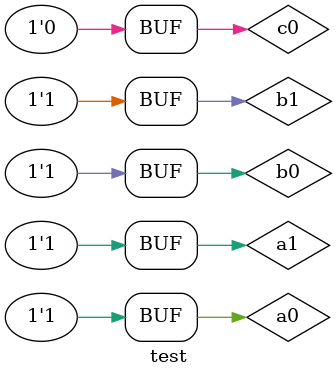
<source format=v>
`timescale 1ns / 1ps


module test;

	// Inputs
	reg a1;
	reg a0;
	reg b1;
	reg b0;
	reg c0;

	// Outputs
	wire c2;
	wire s1;
	wire s0;

	// Instantiate the Unit Under Test (UUT)
	binary_adder uut (
		.c2(c2), 
		.s1(s1), 
		.s0(s0), 
		.a1(a1), 
		.a0(a0), 
		.b1(b1), 
		.b0(b0), 
		.c0(c0)
	);

	initial begin
		// Initialize Inputs
		a1 = 0;
		a0 = 0;
		b1 = 0;
		b0 = 0;
		c0 = 0;

		// Wait 100 ns for global reset to finish
		#100;
		
		a1 = 0;
		a0 = 0;
		b1 = 0;
		b0 = 1;
		c0 = 0;

		// Wait 100 ns for global reset to finish
		#100;
		
		a1 = 0;
		a0 = 0;
		b1 = 1;
		b0 = 0;
		c0 = 0;

		// Wait 100 ns for global reset to finish
		#100;
		
		a1 = 0;
		a0 = 0;
		b1 = 1;
		b0 = 1;
		c0 = 0;

		// Wait 100 ns for global reset to finish
		#100;
		
		a1 = 0;
		a0 = 1;
		b1 = 0;
		b0 = 0;
		c0 = 0;

		// Wait 100 ns for global reset to finish
		#100;
		
		a1 = 0;
		a0 = 1;
		b1 = 0;
		b0 = 1;
		c0 = 0;

		// Wait 100 ns for global reset to finish
		#100;
		
		a1 = 0;
		a0 = 1;
		b1 = 1;
		b0 = 0;
		c0 = 0;

		// Wait 100 ns for global reset to finish
		#100;
		
		a1 = 0;
		a0 = 1;
		b1 = 1;
		b0 = 1;
		c0 = 0;

		// Wait 100 ns for global reset to finish
		#100;
		
		a1 = 1;
		a0 = 0;
		b1 = 0;
		b0 = 0;
		c0 = 0;

		// Wait 100 ns for global reset to finish
		#100;
		
		a1 = 1;
		a0 = 0;
		b1 = 0;
		b0 = 1;
		c0 = 0;

		// Wait 100 ns for global reset to finish
		#100;
		
		a1 = 1;
		a0 = 0;
		b1 = 1;
		b0 = 0;
		c0 = 0;

		// Wait 100 ns for global reset to finish
		#100;
		
		a1 = 1;
		a0 = 0;
		b1 = 1;
		b0 = 1;
		c0 = 0;

		// Wait 100 ns for global reset to finish
		#100;
		
		a1 = 1;
		a0 = 1;
		b1 = 0;
		b0 = 0;
		c0 = 0;

		// Wait 100 ns for global reset to finish
		#100;
		
		a1 = 1;
		a0 = 1;
		b1 = 0;
		b0 = 1;
		c0 = 0;

		// Wait 100 ns for global reset to finish
		#100;
		
		a1 = 1;
		a0 = 1;
		b1 = 1;
		b0 = 0;
		c0 = 0;

		// Wait 100 ns for global reset to finish
		#100;
		
		a1 = 1;
		a0 = 1;
		b1 = 1;
		b0 = 1;
		c0 = 0;

		// Wait 100 ns for global reset to finish
		#100;
        
		// Add stimulus here

	end
      
endmodule


</source>
